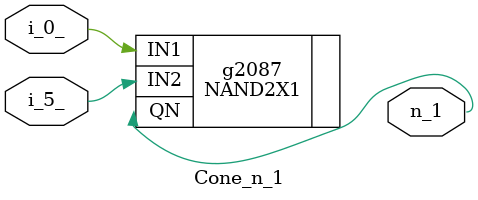
<source format=v>

module Cone_n_1 (n_1, i_0_, i_5_ );
	input i_0_, i_5_;
	output n_1;
	NAND2X1 g2087(.IN1 (i_0_), .IN2 (i_5_), .QN (n_1));
endmodule


</source>
